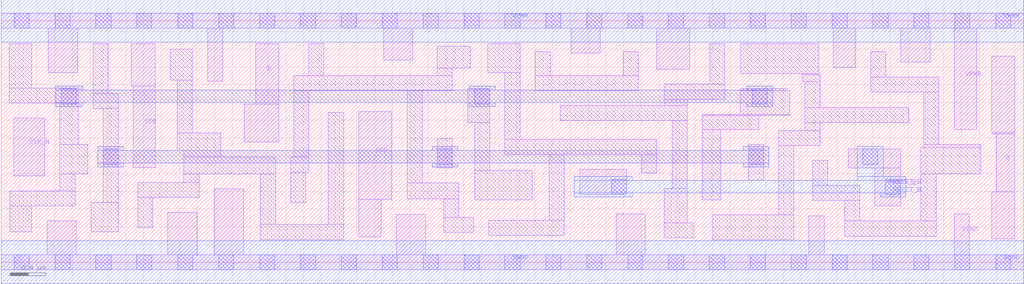
<source format=lef>
# Copyright 2020 The SkyWater PDK Authors
#
# Licensed under the Apache License, Version 2.0 (the "License");
# you may not use this file except in compliance with the License.
# You may obtain a copy of the License at
#
#     https://www.apache.org/licenses/LICENSE-2.0
#
# Unless required by applicable law or agreed to in writing, software
# distributed under the License is distributed on an "AS IS" BASIS,
# WITHOUT WARRANTIES OR CONDITIONS OF ANY KIND, either express or implied.
# See the License for the specific language governing permissions and
# limitations under the License.
#
# SPDX-License-Identifier: Apache-2.0

VERSION 5.7 ;
  NAMESCASESENSITIVE ON ;
  NOWIREEXTENSIONATPIN ON ;
  DIVIDERCHAR "/" ;
  BUSBITCHARS "[]" ;
UNITS
  DATABASE MICRONS 200 ;
END UNITS
MACRO sky130_fd_sc_hd__sdfrtn_1
  CLASS CORE ;
  SOURCE USER ;
  FOREIGN sky130_fd_sc_hd__sdfrtn_1 ;
  ORIGIN  0.000000  0.000000 ;
  SIZE  11.50000 BY  2.720000 ;
  SYMMETRY X Y R90 ;
  SITE unithd ;
  PIN D
    ANTENNAGATEAREA  0.144000 ;
    DIRECTION INPUT ;
    USE SIGNAL ;
    PORT
      LAYER li1 ;
        RECT 2.735000 1.355000 3.120000 1.785000 ;
        RECT 2.865000 1.785000 3.120000 2.465000 ;
    END
  END D
  PIN Q
    ANTENNADIFFAREA  0.429000 ;
    DIRECTION OUTPUT ;
    USE SIGNAL ;
    PORT
      LAYER li1 ;
        RECT 11.140000 0.265000 11.400000 0.795000 ;
        RECT 11.140000 1.460000 11.400000 2.325000 ;
        RECT 11.150000 1.445000 11.400000 1.460000 ;
        RECT 11.190000 0.795000 11.400000 1.445000 ;
    END
  END Q
  PIN RESET_B
    ANTENNAGATEAREA  0.252000 ;
    DIRECTION INPUT ;
    USE SIGNAL ;
    PORT
      LAYER li1 ;
        RECT 6.505000 0.765000  7.035000 1.045000 ;
        RECT 9.525000 1.065000 10.115000 1.275000 ;
        RECT 9.825000 0.635000 10.115000 1.065000 ;
      LAYER mcon ;
        RECT 6.865000 0.765000  7.035000 0.935000 ;
        RECT 9.690000 1.105000  9.860000 1.275000 ;
        RECT 9.945000 0.765000 10.115000 0.935000 ;
      LAYER met1 ;
        RECT 6.445000 0.735000  7.095000 0.780000 ;
        RECT 6.445000 0.780000 10.175000 0.920000 ;
        RECT 6.445000 0.920000  7.095000 0.965000 ;
        RECT 9.630000 0.920000 10.175000 0.965000 ;
        RECT 9.630000 0.965000  9.920000 1.305000 ;
        RECT 9.885000 0.735000 10.175000 0.780000 ;
    END
  END RESET_B
  PIN SCD
    ANTENNAGATEAREA  0.156600 ;
    DIRECTION INPUT ;
    USE SIGNAL ;
    PORT
      LAYER li1 ;
        RECT 4.020000 0.285000 4.275000 0.710000 ;
        RECT 4.020000 0.710000 4.395000 1.700000 ;
    END
  END SCD
  PIN SCE
    ANTENNAGATEAREA  0.435000 ;
    DIRECTION INPUT ;
    USE SIGNAL ;
    PORT
      LAYER li1 ;
        RECT 1.465000 1.985000 1.730000 2.465000 ;
        RECT 1.485000 1.070000 1.730000 1.985000 ;
    END
  END SCE
  PIN CLK_N
    ANTENNAGATEAREA  0.247500 ;
    DIRECTION INPUT ;
    USE CLOCK ;
    PORT
      LAYER li1 ;
        RECT 0.140000 0.975000 0.490000 1.625000 ;
    END
  END CLK_N
  PIN VGND
    DIRECTION INOUT ;
    SHAPE ABUTMENT ;
    USE GROUND ;
    PORT
      LAYER li1 ;
        RECT  0.000000 -0.085000 11.500000 0.085000 ;
        RECT  0.515000  0.085000  0.845000 0.465000 ;
        RECT  1.875000  0.085000  2.205000 0.560000 ;
        RECT  2.395000  0.085000  2.725000 0.825000 ;
        RECT  4.445000  0.085000  4.775000 0.540000 ;
        RECT  6.915000  0.085000  7.245000 0.545000 ;
        RECT  9.085000  0.085000  9.255000 0.525000 ;
        RECT 10.720000  0.085000 10.890000 0.545000 ;
      LAYER mcon ;
        RECT  0.145000 -0.085000  0.315000 0.085000 ;
        RECT  0.605000 -0.085000  0.775000 0.085000 ;
        RECT  1.065000 -0.085000  1.235000 0.085000 ;
        RECT  1.525000 -0.085000  1.695000 0.085000 ;
        RECT  1.985000 -0.085000  2.155000 0.085000 ;
        RECT  2.445000 -0.085000  2.615000 0.085000 ;
        RECT  2.905000 -0.085000  3.075000 0.085000 ;
        RECT  3.365000 -0.085000  3.535000 0.085000 ;
        RECT  3.825000 -0.085000  3.995000 0.085000 ;
        RECT  4.285000 -0.085000  4.455000 0.085000 ;
        RECT  4.745000 -0.085000  4.915000 0.085000 ;
        RECT  5.205000 -0.085000  5.375000 0.085000 ;
        RECT  5.665000 -0.085000  5.835000 0.085000 ;
        RECT  6.125000 -0.085000  6.295000 0.085000 ;
        RECT  6.585000 -0.085000  6.755000 0.085000 ;
        RECT  7.045000 -0.085000  7.215000 0.085000 ;
        RECT  7.505000 -0.085000  7.675000 0.085000 ;
        RECT  7.965000 -0.085000  8.135000 0.085000 ;
        RECT  8.425000 -0.085000  8.595000 0.085000 ;
        RECT  8.885000 -0.085000  9.055000 0.085000 ;
        RECT  9.345000 -0.085000  9.515000 0.085000 ;
        RECT  9.805000 -0.085000  9.975000 0.085000 ;
        RECT 10.265000 -0.085000 10.435000 0.085000 ;
        RECT 10.725000 -0.085000 10.895000 0.085000 ;
        RECT 11.185000 -0.085000 11.355000 0.085000 ;
      LAYER met1 ;
        RECT 0.000000 -0.240000 11.500000 0.240000 ;
    END
  END VGND
  PIN VPWR
    DIRECTION INOUT ;
    SHAPE ABUTMENT ;
    USE POWER ;
    PORT
      LAYER li1 ;
        RECT  0.000000 2.635000 11.500000 2.805000 ;
        RECT  0.530000 2.135000  0.860000 2.635000 ;
        RECT  2.320000 2.040000  2.490000 2.635000 ;
        RECT  4.300000 2.275000  4.630000 2.635000 ;
        RECT  6.410000 2.355000  6.740000 2.635000 ;
        RECT  7.375000 2.175000  7.745000 2.635000 ;
        RECT  9.360000 2.195000  9.610000 2.635000 ;
        RECT 10.120000 2.255000 10.450000 2.635000 ;
        RECT 10.720000 1.495000 10.970000 2.635000 ;
      LAYER mcon ;
        RECT  0.145000 2.635000  0.315000 2.805000 ;
        RECT  0.605000 2.635000  0.775000 2.805000 ;
        RECT  1.065000 2.635000  1.235000 2.805000 ;
        RECT  1.525000 2.635000  1.695000 2.805000 ;
        RECT  1.985000 2.635000  2.155000 2.805000 ;
        RECT  2.445000 2.635000  2.615000 2.805000 ;
        RECT  2.905000 2.635000  3.075000 2.805000 ;
        RECT  3.365000 2.635000  3.535000 2.805000 ;
        RECT  3.825000 2.635000  3.995000 2.805000 ;
        RECT  4.285000 2.635000  4.455000 2.805000 ;
        RECT  4.745000 2.635000  4.915000 2.805000 ;
        RECT  5.205000 2.635000  5.375000 2.805000 ;
        RECT  5.665000 2.635000  5.835000 2.805000 ;
        RECT  6.125000 2.635000  6.295000 2.805000 ;
        RECT  6.585000 2.635000  6.755000 2.805000 ;
        RECT  7.045000 2.635000  7.215000 2.805000 ;
        RECT  7.505000 2.635000  7.675000 2.805000 ;
        RECT  7.965000 2.635000  8.135000 2.805000 ;
        RECT  8.425000 2.635000  8.595000 2.805000 ;
        RECT  8.885000 2.635000  9.055000 2.805000 ;
        RECT  9.345000 2.635000  9.515000 2.805000 ;
        RECT  9.805000 2.635000  9.975000 2.805000 ;
        RECT 10.265000 2.635000 10.435000 2.805000 ;
        RECT 10.725000 2.635000 10.895000 2.805000 ;
        RECT 11.185000 2.635000 11.355000 2.805000 ;
      LAYER met1 ;
        RECT 0.000000 2.480000 11.500000 2.960000 ;
    END
  END VPWR
  OBS
    LAYER li1 ;
      RECT  0.090000 1.795000  0.865000 1.965000 ;
      RECT  0.090000 1.965000  0.345000 2.465000 ;
      RECT  0.095000 0.345000  0.345000 0.635000 ;
      RECT  0.095000 0.635000  0.835000 0.805000 ;
      RECT  0.660000 0.805000  0.835000 0.995000 ;
      RECT  0.660000 0.995000  0.975000 1.325000 ;
      RECT  0.660000 1.325000  0.865000 1.795000 ;
      RECT  1.015000 0.345000  1.315000 0.675000 ;
      RECT  1.035000 1.730000  1.315000 1.900000 ;
      RECT  1.035000 1.900000  1.205000 2.465000 ;
      RECT  1.145000 0.675000  1.315000 1.730000 ;
      RECT  1.535000 0.395000  1.705000 0.730000 ;
      RECT  1.535000 0.730000  2.225000 0.900000 ;
      RECT  1.900000 2.055000  2.150000 2.400000 ;
      RECT  1.980000 1.260000  2.470000 1.455000 ;
      RECT  1.980000 1.455000  2.150000 2.055000 ;
      RECT  2.055000 0.900000  2.225000 0.995000 ;
      RECT  2.055000 0.995000  3.085000 1.185000 ;
      RECT  2.055000 1.185000  2.470000 1.260000 ;
      RECT  2.915000 0.255000  3.850000 0.425000 ;
      RECT  2.915000 0.425000  3.085000 0.995000 ;
      RECT  3.255000 0.675000  3.425000 1.015000 ;
      RECT  3.255000 1.015000  3.460000 1.185000 ;
      RECT  3.290000 1.185000  3.460000 1.935000 ;
      RECT  3.290000 1.935000  5.075000 2.105000 ;
      RECT  3.460000 2.105000  3.630000 2.465000 ;
      RECT  3.680000 0.425000  3.850000 1.685000 ;
      RECT  4.565000 0.715000  5.145000 0.895000 ;
      RECT  4.565000 0.895000  4.735000 1.935000 ;
      RECT  4.905000 1.065000  5.075000 1.395000 ;
      RECT  4.905000 2.105000  5.075000 2.185000 ;
      RECT  4.905000 2.185000  5.275000 2.435000 ;
      RECT  4.975000 0.335000  5.315000 0.505000 ;
      RECT  4.975000 0.505000  5.145000 0.715000 ;
      RECT  5.245000 1.575000  5.495000 1.955000 ;
      RECT  5.325000 0.705000  5.975000 1.035000 ;
      RECT  5.325000 1.035000  5.495000 1.575000 ;
      RECT  5.470000 2.135000  5.835000 2.465000 ;
      RECT  5.485000 0.305000  6.335000 0.475000 ;
      RECT  5.665000 1.215000  7.375000 1.385000 ;
      RECT  5.665000 1.385000  5.835000 2.135000 ;
      RECT  6.005000 1.935000  7.165000 2.105000 ;
      RECT  6.005000 2.105000  6.175000 2.375000 ;
      RECT  6.165000 0.475000  6.335000 1.215000 ;
      RECT  6.285000 1.595000  7.715000 1.765000 ;
      RECT  6.995000 2.105000  7.165000 2.375000 ;
      RECT  7.205000 1.005000  7.375000 1.215000 ;
      RECT  7.455000 0.275000  7.785000 0.445000 ;
      RECT  7.455000 0.445000  7.715000 0.835000 ;
      RECT  7.455000 1.765000  7.715000 1.835000 ;
      RECT  7.455000 1.835000  8.140000 2.005000 ;
      RECT  7.545000 0.835000  7.715000 1.595000 ;
      RECT  7.885000 0.705000  8.095000 1.495000 ;
      RECT  7.885000 1.495000  8.520000 1.655000 ;
      RECT  7.885000 1.655000  8.870000 1.665000 ;
      RECT  7.970000 2.005000  8.140000 2.465000 ;
      RECT  8.005000 0.255000  8.915000 0.535000 ;
      RECT  8.310000 1.665000  8.870000 1.935000 ;
      RECT  8.310000 1.935000  8.840000 1.955000 ;
      RECT  8.320000 2.125000  9.190000 2.465000 ;
      RECT  8.405000 0.920000  8.575000 1.325000 ;
      RECT  8.745000 0.535000  8.915000 1.315000 ;
      RECT  8.745000 1.315000  9.210000 1.485000 ;
      RECT  9.015000 2.035000  9.210000 2.115000 ;
      RECT  9.015000 2.115000  9.190000 2.125000 ;
      RECT  9.040000 1.485000  9.210000 1.575000 ;
      RECT  9.040000 1.575000 10.205000 1.745000 ;
      RECT  9.040000 1.745000  9.210000 2.035000 ;
      RECT  9.125000 0.695000  9.655000 0.865000 ;
      RECT  9.125000 0.865000  9.295000 1.145000 ;
      RECT  9.485000 0.295000 10.515000 0.465000 ;
      RECT  9.485000 0.465000  9.655000 0.695000 ;
      RECT  9.780000 1.915000 10.545000 2.085000 ;
      RECT  9.780000 2.085000  9.950000 2.375000 ;
      RECT 10.345000 0.465000 10.515000 0.995000 ;
      RECT 10.345000 0.995000 11.020000 1.295000 ;
      RECT 10.375000 1.295000 11.020000 1.325000 ;
      RECT 10.375000 1.325000 10.545000 1.915000 ;
    LAYER mcon ;
      RECT 0.675000 1.785000 0.845000 1.955000 ;
      RECT 1.145000 1.105000 1.315000 1.275000 ;
      RECT 4.905000 1.105000 5.075000 1.275000 ;
      RECT 5.325000 1.785000 5.495000 1.955000 ;
      RECT 8.405000 1.105000 8.575000 1.275000 ;
      RECT 8.445000 1.785000 8.615000 1.955000 ;
    LAYER met1 ;
      RECT 0.615000 1.755000 0.915000 1.800000 ;
      RECT 0.615000 1.800000 8.675000 1.940000 ;
      RECT 0.615000 1.940000 0.915000 1.985000 ;
      RECT 1.085000 1.075000 1.375000 1.120000 ;
      RECT 1.085000 1.120000 8.635000 1.260000 ;
      RECT 1.085000 1.260000 1.375000 1.305000 ;
      RECT 4.845000 1.075000 5.135000 1.120000 ;
      RECT 4.845000 1.260000 5.135000 1.305000 ;
      RECT 5.265000 1.755000 5.555000 1.800000 ;
      RECT 5.265000 1.940000 5.555000 1.985000 ;
      RECT 8.345000 1.075000 8.635000 1.120000 ;
      RECT 8.345000 1.260000 8.635000 1.305000 ;
      RECT 8.385000 1.755000 8.675000 1.800000 ;
      RECT 8.385000 1.940000 8.675000 1.985000 ;
  END
END sky130_fd_sc_hd__sdfrtn_1

</source>
